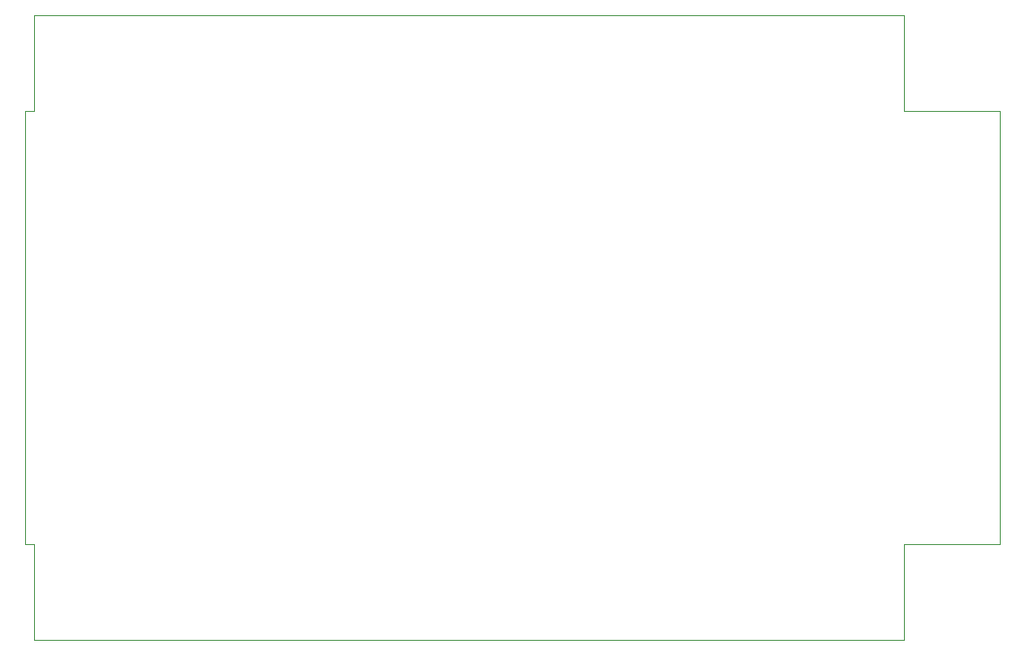
<source format=gbr>
%TF.GenerationSoftware,KiCad,Pcbnew,(6.0.4-0)*%
%TF.CreationDate,2023-07-28T13:04:44-04:00*%
%TF.ProjectId,SignalSlinger,5369676e-616c-4536-9c69-6e6765722e6b,rev?*%
%TF.SameCoordinates,Original*%
%TF.FileFunction,Profile,NP*%
%FSLAX46Y46*%
G04 Gerber Fmt 4.6, Leading zero omitted, Abs format (unit mm)*
G04 Created by KiCad (PCBNEW (6.0.4-0)) date 2023-07-28 13:04:44*
%MOMM*%
%LPD*%
G01*
G04 APERTURE LIST*
%TA.AperFunction,Profile*%
%ADD10C,0.100000*%
%TD*%
G04 APERTURE END LIST*
D10*
X48832400Y-59885000D02*
X131077600Y-59885000D01*
X48010000Y-109897600D02*
X48832400Y-109897600D01*
X48010000Y-68927400D02*
X48832400Y-68927400D01*
X131077600Y-118940000D02*
X48832400Y-118940000D01*
X131077600Y-109897600D02*
X140120000Y-109897600D01*
X131077600Y-118940000D02*
X131077600Y-109897600D01*
X48832400Y-109897600D02*
X48832400Y-118940000D01*
X140120000Y-68927400D02*
X140120000Y-109897600D01*
X48010000Y-68927400D02*
X48010000Y-109897600D01*
X131077600Y-68927400D02*
X140120000Y-68927400D01*
X48832400Y-68927400D02*
X48832400Y-59885000D01*
X131077600Y-59885000D02*
X131077600Y-68927400D01*
M02*

</source>
